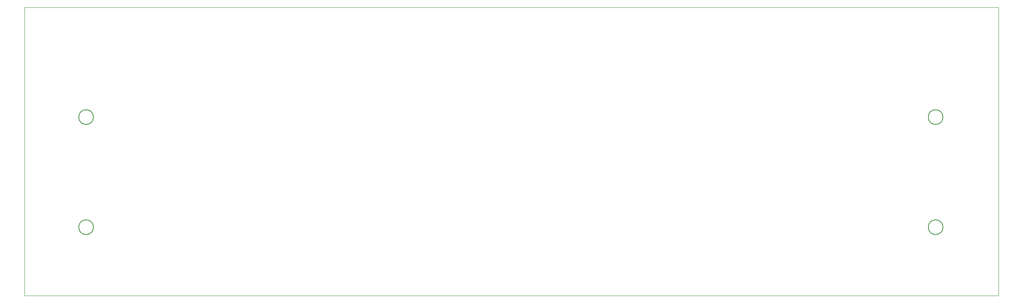
<source format=gbr>
%TF.GenerationSoftware,KiCad,Pcbnew,9.0.7*%
%TF.CreationDate,2026-01-22T21:05:49+01:00*%
%TF.ProjectId,CGS Backplane,43475320-4261-4636-9b70-6c616e652e6b,rev?*%
%TF.SameCoordinates,Original*%
%TF.FileFunction,Profile,NP*%
%FSLAX46Y46*%
G04 Gerber Fmt 4.6, Leading zero omitted, Abs format (unit mm)*
G04 Created by KiCad (PCBNEW 9.0.7) date 2026-01-22 21:05:49*
%MOMM*%
%LPD*%
G01*
G04 APERTURE LIST*
%TA.AperFunction,Profile*%
%ADD10C,0.100000*%
%TD*%
%TA.AperFunction,Profile*%
%ADD11C,0.150000*%
%TD*%
G04 APERTURE END LIST*
D10*
X23200000Y-81100000D02*
X235200000Y-81100000D01*
X235200000Y-143900000D01*
X23200000Y-143900000D01*
X23200000Y-81100000D01*
D11*
%TO.C,J1*%
X38185786Y-105000000D02*
G75*
G02*
X34985786Y-105000000I-1600000J0D01*
G01*
X34985786Y-105000000D02*
G75*
G02*
X38185786Y-105000000I1600000J0D01*
G01*
X223100000Y-105000000D02*
G75*
G02*
X219900000Y-105000000I-1600000J0D01*
G01*
X219900000Y-105000000D02*
G75*
G02*
X223100000Y-105000000I1600000J0D01*
G01*
%TO.C,J2*%
X38185786Y-129000000D02*
G75*
G02*
X34985786Y-129000000I-1600000J0D01*
G01*
X34985786Y-129000000D02*
G75*
G02*
X38185786Y-129000000I1600000J0D01*
G01*
X223100000Y-129000000D02*
G75*
G02*
X219900000Y-129000000I-1600000J0D01*
G01*
X219900000Y-129000000D02*
G75*
G02*
X223100000Y-129000000I1600000J0D01*
G01*
%TD*%
M02*

</source>
